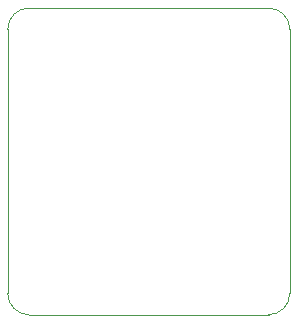
<source format=gm1>
G04 #@! TF.GenerationSoftware,KiCad,Pcbnew,(5.1.4)-1*
G04 #@! TF.CreationDate,2019-10-27T13:18:03+01:00*
G04 #@! TF.ProjectId,project,70726f6a-6563-4742-9e6b-696361645f70,rev?*
G04 #@! TF.SameCoordinates,Original*
G04 #@! TF.FileFunction,Profile,NP*
%FSLAX46Y46*%
G04 Gerber Fmt 4.6, Leading zero omitted, Abs format (unit mm)*
G04 Created by KiCad (PCBNEW (5.1.4)-1) date 2019-10-27 13:18:03*
%MOMM*%
%LPD*%
G04 APERTURE LIST*
%ADD10C,0.100000*%
G04 APERTURE END LIST*
D10*
X116166900Y-77922120D02*
G75*
G02X117970300Y-76118720I1803400J0D01*
G01*
X138252200Y-76118720D02*
G75*
G02X140055600Y-77922120I0J-1803400D01*
G01*
X140055600Y-100279200D02*
G75*
G02X138252200Y-102082600I-1803400J0D01*
G01*
X117970300Y-102082600D02*
G75*
G02X116166900Y-100279200I0J1803400D01*
G01*
X138252200Y-76118720D02*
X117970300Y-76118720D01*
X140055600Y-100279200D02*
X140055600Y-77922120D01*
X117970300Y-102082600D02*
X138252200Y-102082600D01*
X116166900Y-77922120D02*
X116166900Y-100279200D01*
M02*

</source>
